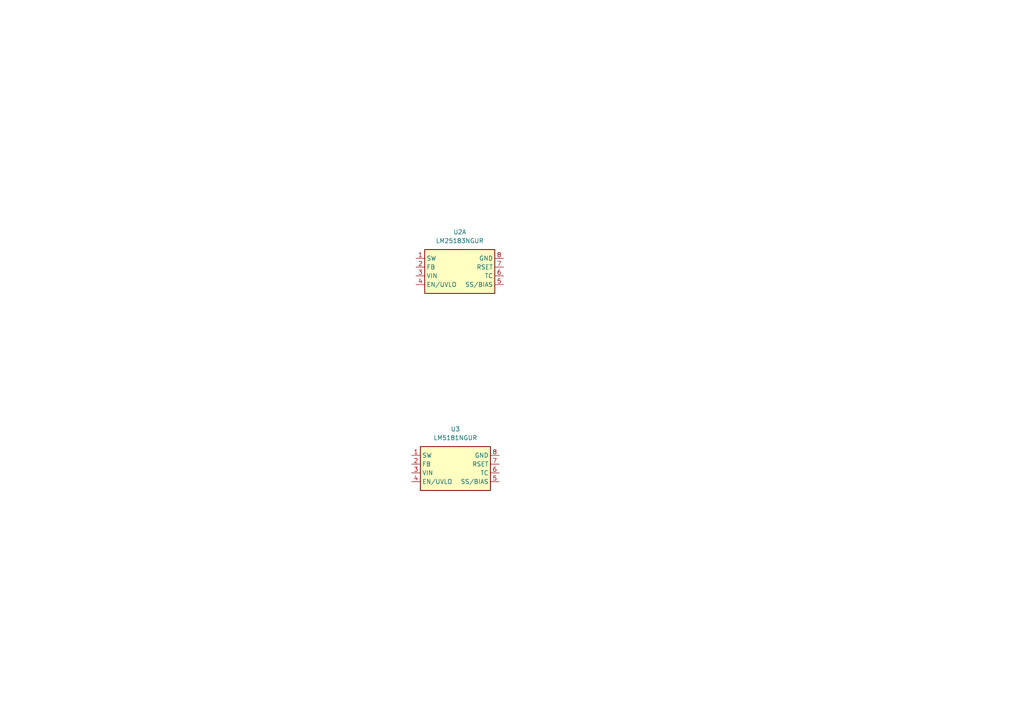
<source format=kicad_sch>
(kicad_sch (version 20211123) (generator eeschema)

  (uuid b08ef5d6-c185-49cf-92b2-80588675a8e5)

  (paper "A4")

  (lib_symbols
    (symbol "Regulator_Controller:LM25183NGUR" (in_bom yes) (on_board yes)
      (property "Reference" "U" (id 0) (at -2.54 13.97 0)
        (effects (font (size 1.27 1.27)) (justify right))
      )
      (property "Value" "LM25183NGUR" (id 1) (at -2.54 11.43 0)
        (effects (font (size 1.27 1.27)) (justify right))
      )
      (property "Footprint" "" (id 2) (at -2.54 -3.81 0)
        (effects (font (size 1.27 1.27)) hide)
      )
      (property "Datasheet" "https://www.ti.com/lit/ds/symlink/lm25183.pdf?ts=1671528820634&ref_url=https%253A%252F%252Fwww.ti.com%252Fproduct%252FLM25183" (id 3) (at 0 -6.35 0)
        (effects (font (size 1.27 1.27)) hide)
      )
      (property "ki_locked" "" (id 4) (at 0 0 0)
        (effects (font (size 1.27 1.27)))
      )
      (property "ki_keywords" "Dual Synchronous Buck" (id 5) (at 0 0 0)
        (effects (font (size 1.27 1.27)) hide)
      )
      (property "ki_description" "Wide Input Range, Dual Synchronous Buck Controller, " (id 6) (at 0 0 0)
        (effects (font (size 1.27 1.27)) hide)
      )
      (property "ki_fp_filters" "WQFN*5x5mm*P0.5mm*" (id 7) (at 0 0 0)
        (effects (font (size 1.27 1.27)) hide)
      )
      (symbol "LM25183NGUR_0_1"
        (rectangle (start -10.16 10.16) (end 10.16 -2.54)
          (stroke (width 0.254) (type default) (color 0 0 0 0))
          (fill (type background))
        )
      )
      (symbol "LM25183NGUR_1_1"
        (pin power_in line (at -12.7 7.62 0) (length 2.54)
          (name "SW" (effects (font (size 1.27 1.27))))
          (number "1" (effects (font (size 1.27 1.27))))
        )
        (pin input line (at -12.7 5.08 0) (length 2.54)
          (name "FB" (effects (font (size 1.27 1.27))))
          (number "2" (effects (font (size 1.27 1.27))))
        )
        (pin power_in line (at -12.7 2.54 0) (length 2.54)
          (name "VIN" (effects (font (size 1.27 1.27))))
          (number "3" (effects (font (size 1.27 1.27))))
        )
        (pin input line (at -12.7 0 0) (length 2.54)
          (name "EN/UVLO" (effects (font (size 1.27 1.27))))
          (number "4" (effects (font (size 1.27 1.27))))
        )
        (pin input line (at 12.7 0 180) (length 2.54)
          (name "SS/BIAS" (effects (font (size 1.27 1.27))))
          (number "5" (effects (font (size 1.27 1.27))))
        )
        (pin input line (at 12.7 2.54 180) (length 2.54)
          (name "TC" (effects (font (size 1.27 1.27))))
          (number "6" (effects (font (size 1.27 1.27))))
        )
        (pin input line (at 12.7 5.08 180) (length 2.54)
          (name "RSET" (effects (font (size 1.27 1.27))))
          (number "7" (effects (font (size 1.27 1.27))))
        )
        (pin power_in line (at 12.7 7.62 180) (length 2.54)
          (name "GND" (effects (font (size 1.27 1.27))))
          (number "8" (effects (font (size 1.27 1.27))))
        )
      )
      (symbol "LM25183NGUR_2_1"
        (pin input line (at -12.7 -5.08 0) (length 2.54)
          (name "EN2" (effects (font (size 1.27 1.27))))
          (number "11" (effects (font (size 1.27 1.27))))
        )
        (pin output line (at -12.7 5.08 0) (length 2.54)
          (name "COMP2" (effects (font (size 1.27 1.27))))
          (number "15" (effects (font (size 1.27 1.27))))
        )
        (pin input line (at -12.7 7.62 0) (length 2.54)
          (name "FB2" (effects (font (size 1.27 1.27))))
          (number "16" (effects (font (size 1.27 1.27))))
        )
        (pin input line (at -12.7 -7.62 0) (length 2.54)
          (name "SS2" (effects (font (size 1.27 1.27))))
          (number "18" (effects (font (size 1.27 1.27))))
        )
        (pin input line (at -12.7 2.54 0) (length 2.54)
          (name "RAMP2" (effects (font (size 1.27 1.27))))
          (number "19" (effects (font (size 1.27 1.27))))
        )
        (pin input line (at 12.7 -2.54 180) (length 2.54)
          (name "CS2" (effects (font (size 1.27 1.27))))
          (number "20" (effects (font (size 1.27 1.27))))
        )
        (pin input line (at 12.7 -5.08 180) (length 2.54)
          (name "CSG2" (effects (font (size 1.27 1.27))))
          (number "21" (effects (font (size 1.27 1.27))))
        )
        (pin power_in line (at 0 -12.7 90) (length 2.54)
          (name "PGND2" (effects (font (size 1.27 1.27))))
          (number "22" (effects (font (size 1.27 1.27))))
        )
        (pin output line (at 12.7 0 180) (length 2.54)
          (name "LO2" (effects (font (size 1.27 1.27))))
          (number "23" (effects (font (size 1.27 1.27))))
        )
        (pin power_in line (at 0 12.7 270) (length 2.54)
          (name "VCC2" (effects (font (size 1.27 1.27))))
          (number "24" (effects (font (size 1.27 1.27))))
        )
        (pin bidirectional line (at 12.7 2.54 180) (length 2.54)
          (name "SW2" (effects (font (size 1.27 1.27))))
          (number "25" (effects (font (size 1.27 1.27))))
        )
        (pin output line (at 12.7 5.08 180) (length 2.54)
          (name "HO2" (effects (font (size 1.27 1.27))))
          (number "26" (effects (font (size 1.27 1.27))))
        )
        (pin power_in line (at 12.7 7.62 180) (length 2.54)
          (name "HB2" (effects (font (size 1.27 1.27))))
          (number "27" (effects (font (size 1.27 1.27))))
        )
      )
      (symbol "LM25183NGUR_3_1"
        (pin power_in line (at -2.54 -12.7 90) (length 2.54)
          (name "AGND" (effects (font (size 1.27 1.27))))
          (number "12" (effects (font (size 1.27 1.27))))
        )
        (pin input line (at -12.7 -2.54 0) (length 2.54)
          (name "RT" (effects (font (size 1.27 1.27))))
          (number "13" (effects (font (size 1.27 1.27))))
        )
        (pin output line (at -12.7 -5.08 0) (length 2.54)
          (name "RES" (effects (font (size 1.27 1.27))))
          (number "14" (effects (font (size 1.27 1.27))))
        )
        (pin input line (at -12.7 2.54 0) (length 2.54)
          (name "DEMB" (effects (font (size 1.27 1.27))))
          (number "17" (effects (font (size 1.27 1.27))))
        )
        (pin input line (at -12.7 5.08 0) (length 2.54)
          (name "UVLO" (effects (font (size 1.27 1.27))))
          (number "28" (effects (font (size 1.27 1.27))))
        )
        (pin power_in line (at 0 12.7 270) (length 2.54)
          (name "VIN" (effects (font (size 1.27 1.27))))
          (number "29" (effects (font (size 1.27 1.27))))
        )
        (pin unspecified line (at 2.54 -12.7 90) (length 2.54)
          (name "EP" (effects (font (size 1.27 1.27))))
          (number "33" (effects (font (size 1.27 1.27))))
        )
        (pin input line (at -12.7 0 0) (length 2.54)
          (name "VCCDIS" (effects (font (size 1.27 1.27))))
          (number "8" (effects (font (size 1.27 1.27))))
        )
      )
    )
    (symbol "Regulator_Switching:LM5181NGUR" (in_bom yes) (on_board yes)
      (property "Reference" "U3" (id 0) (at 0 20.32 0)
        (effects (font (size 1.27 1.27)))
      )
      (property "Value" "LM5181NGUR" (id 1) (at 0 17.78 0)
        (effects (font (size 1.27 1.27)))
      )
      (property "Footprint" "" (id 2) (at 17.78 16.51 0)
        (effects (font (size 1.27 1.27)) (justify left) hide)
      )
      (property "Datasheet" "https://www.ti.com/lit/ds/symlink/lm5181.pdf?ts=1671522265612" (id 3) (at 50.8 -11.43 0)
        (effects (font (size 1.27 1.27)) hide)
      )
      (property "ki_keywords" "Buck Boost step-up step-down" (id 4) (at 0 0 0)
        (effects (font (size 1.27 1.27)) hide)
      )
      (property "ki_description" "Wide Voltage Range Buck-Boost Controller," (id 5) (at 0 0 0)
        (effects (font (size 1.27 1.27)) hide)
      )
      (property "ki_fp_filters" "Texas*PWP0020A*" (id 6) (at 0 0 0)
        (effects (font (size 1.27 1.27)) hide)
      )
      (symbol "LM5181NGUR_0_1"
        (rectangle (start -10.16 15.24) (end 10.16 2.54)
          (stroke (width 0.254) (type default) (color 0 0 0 0))
          (fill (type background))
        )
      )
      (symbol "LM5181NGUR_1_1"
        (pin power_in line (at -12.7 12.7 0) (length 2.54)
          (name "SW" (effects (font (size 1.27 1.27))))
          (number "1" (effects (font (size 1.27 1.27))))
        )
        (pin input line (at -12.7 10.16 0) (length 2.54)
          (name "FB" (effects (font (size 1.27 1.27))))
          (number "2" (effects (font (size 1.27 1.27))))
        )
        (pin power_in line (at -12.7 7.62 0) (length 2.54)
          (name "VIN" (effects (font (size 1.27 1.27))))
          (number "3" (effects (font (size 1.27 1.27))))
        )
        (pin input line (at -12.7 5.08 0) (length 2.54)
          (name "EN/UVLO" (effects (font (size 1.27 1.27))))
          (number "4" (effects (font (size 1.27 1.27))))
        )
        (pin input line (at 12.7 5.08 180) (length 2.54)
          (name "SS/BIAS" (effects (font (size 1.27 1.27))))
          (number "5" (effects (font (size 1.27 1.27))))
        )
        (pin input line (at 12.7 7.62 180) (length 2.54)
          (name "TC" (effects (font (size 1.27 1.27))))
          (number "6" (effects (font (size 1.27 1.27))))
        )
        (pin input line (at 12.7 10.16 180) (length 2.54)
          (name "RSET" (effects (font (size 1.27 1.27))))
          (number "7" (effects (font (size 1.27 1.27))))
        )
        (pin power_in line (at 12.7 12.7 180) (length 2.54)
          (name "GND" (effects (font (size 1.27 1.27))))
          (number "8" (effects (font (size 1.27 1.27))))
        )
      )
    )
  )


  (symbol (lib_id "Regulator_Switching:LM5181NGUR") (at 132.08 144.78 0) (unit 1)
    (in_bom yes) (on_board yes) (fields_autoplaced)
    (uuid 912c63c5-5df7-4dcf-8c39-15d6624f0cd7)
    (property "Reference" "U3" (id 0) (at 132.08 124.46 0))
    (property "Value" "LM5181NGUR" (id 1) (at 132.08 127 0))
    (property "Footprint" "" (id 2) (at 149.86 128.27 0)
      (effects (font (size 1.27 1.27)) (justify left) hide)
    )
    (property "Datasheet" "https://www.ti.com/lit/ds/symlink/lm5181.pdf?ts=1671522265612" (id 3) (at 182.88 156.21 0)
      (effects (font (size 1.27 1.27)) hide)
    )
    (pin "1" (uuid 808f38c1-8da2-44e4-9ba5-11f919f57cfe))
    (pin "2" (uuid 02f04bd6-d813-4a7c-bcee-3d5e32bdf2d3))
    (pin "3" (uuid 0779979a-b83c-4a75-b659-a0dd5960998b))
    (pin "4" (uuid 8550f15e-202e-43a4-96ea-84586f4ba898))
    (pin "5" (uuid 20967be7-8eb6-4235-accd-de9f3ac8f251))
    (pin "6" (uuid 1d940b5e-1173-4545-a0e5-b4c6d61af1df))
    (pin "7" (uuid 2da51814-d985-4801-a3f7-657bd102a153))
    (pin "8" (uuid d750812a-9ae5-4a6b-abb2-219a57d4c2e2))
  )

  (symbol (lib_id "Regulator_Controller:LM25183NGUR") (at 133.35 82.55 0) (unit 1)
    (in_bom yes) (on_board yes) (fields_autoplaced)
    (uuid cf0de218-f97d-40c7-864e-2518980e3d53)
    (property "Reference" "U2" (id 0) (at 133.35 67.31 0))
    (property "Value" "LM25183NGUR" (id 1) (at 133.35 69.85 0))
    (property "Footprint" "" (id 2) (at 130.81 86.36 0)
      (effects (font (size 1.27 1.27)) hide)
    )
    (property "Datasheet" "https://www.ti.com/lit/ds/symlink/lm25183.pdf?ts=1671528820634&ref_url=https%253A%252F%252Fwww.ti.com%252Fproduct%252FLM25183" (id 3) (at 133.35 88.9 0)
      (effects (font (size 1.27 1.27)) hide)
    )
    (pin "1" (uuid 124d50c4-5a66-424b-bf95-b322ba010bc8))
    (pin "2" (uuid 7ad98af7-fb40-4f5a-b441-4ae50801bd27))
    (pin "3" (uuid 043f4c15-37a4-4ca8-b967-16a7775d7e01))
    (pin "4" (uuid b5d397b7-9c7c-46ce-8ca3-4a50059869ff))
    (pin "5" (uuid 6916e107-68af-4c44-a1f2-29a1bc457290))
    (pin "6" (uuid 2ef2dccf-c8fd-461e-b637-086bf8c2a2ef))
    (pin "7" (uuid c5752251-f471-4df0-995e-4bf6f01fe783))
    (pin "8" (uuid 4e726cbf-0dbf-4fb7-a615-f07799c11f9e))
    (pin "11" (uuid ad3ad1d4-e903-4dd9-80d2-d45acf93b130))
    (pin "15" (uuid 1d825c79-9fcd-4fc3-9033-a9c0d77a398a))
    (pin "16" (uuid 70350eda-ebfd-4fbb-8e5f-c5a66a8c3639))
    (pin "18" (uuid 0efb179a-3af0-44cf-806b-2b4232f68560))
    (pin "19" (uuid 31a6d56c-b4c1-4d83-b7ff-1db128c9acad))
    (pin "20" (uuid 9569258e-1099-4eda-bd63-86b016804e89))
    (pin "21" (uuid a9567037-7f59-4560-a148-143f4d17324b))
    (pin "22" (uuid 00353ba2-ba33-415b-ab16-ec39d31ec458))
    (pin "23" (uuid be793701-f3f1-450d-9dc8-f1605cc0ffe5))
    (pin "24" (uuid 69043326-557d-440f-889a-50d98906aa6c))
    (pin "25" (uuid bdb345bc-8b58-4459-8b74-8880871e3275))
    (pin "26" (uuid 289e6c55-df86-4972-87c5-cf14db17afc0))
    (pin "27" (uuid 25bfa131-d12f-4ce3-bd31-2f55c537053a))
    (pin "12" (uuid 3565f87e-0931-49d6-a87e-793bfdf9ed2e))
    (pin "13" (uuid 56ac0264-a0d6-4f00-bbf5-5e0114c6cffa))
    (pin "14" (uuid aaad1510-b5d6-4749-a752-d739ffb1b3c5))
    (pin "17" (uuid 21db37c3-2bff-4aa1-9aa2-7d75dca07420))
    (pin "28" (uuid 80c6bdb7-85bb-493b-8aec-f9efcd9e970d))
    (pin "29" (uuid b70cf154-d33c-4c8d-a2ae-ae48c39a279a))
    (pin "33" (uuid aafb65fb-ff1f-4920-9dcc-5582f0232534))
    (pin "8" (uuid 4e726cbf-0dbf-4fb7-a615-f07799c11f9e))
  )
)

</source>
